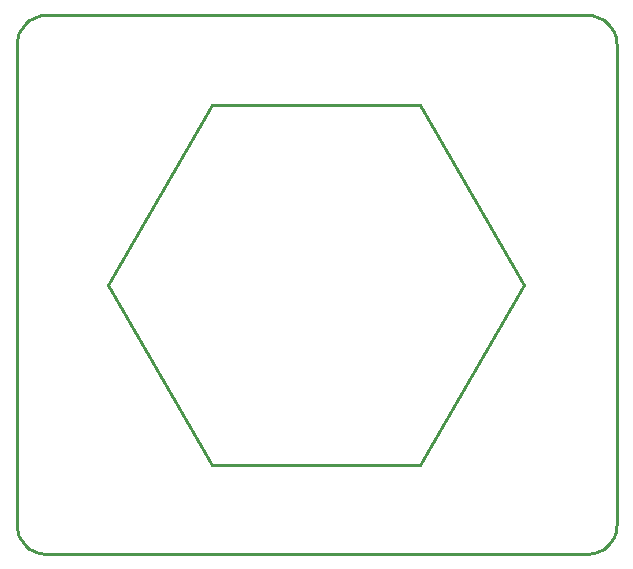
<source format=gbr>
G04 EAGLE Gerber RS-274X export*
G75*
%MOMM*%
%FSLAX34Y34*%
%LPD*%
%IN*%
%IPPOS*%
%AMOC8*
5,1,8,0,0,1.08239X$1,22.5*%
G01*
%ADD10C,0.254000*%


D10*
X-260604Y25400D02*
X-260507Y23186D01*
X-260218Y20989D01*
X-259739Y18826D01*
X-259072Y16713D01*
X-258224Y14666D01*
X-257201Y12700D01*
X-256010Y10831D01*
X-254662Y9073D01*
X-253165Y7440D01*
X-251531Y5942D01*
X-249773Y4594D01*
X-247904Y3403D01*
X-245939Y2380D01*
X-243891Y1532D01*
X-241778Y865D01*
X-239615Y386D01*
X-237418Y97D01*
X-235204Y0D01*
X221996Y0D01*
X224210Y97D01*
X226407Y386D01*
X228570Y865D01*
X230683Y1532D01*
X232731Y2380D01*
X234696Y3403D01*
X236565Y4594D01*
X238323Y5942D01*
X239957Y7440D01*
X241454Y9073D01*
X242802Y10831D01*
X243993Y12700D01*
X245016Y14666D01*
X245864Y16713D01*
X246531Y18826D01*
X247010Y20989D01*
X247299Y23186D01*
X247396Y25400D01*
X247396Y431038D01*
X247299Y433252D01*
X247010Y435449D01*
X246531Y437612D01*
X245864Y439725D01*
X245016Y441773D01*
X243993Y443738D01*
X242802Y445607D01*
X241454Y447365D01*
X239957Y448999D01*
X238323Y450496D01*
X236565Y451844D01*
X234696Y453035D01*
X232731Y454058D01*
X230683Y454906D01*
X228570Y455573D01*
X226407Y456052D01*
X224210Y456341D01*
X221996Y456438D01*
X-235204Y456438D01*
X-237418Y456341D01*
X-239615Y456052D01*
X-241778Y455573D01*
X-243891Y454906D01*
X-245939Y454058D01*
X-247904Y453035D01*
X-249773Y451844D01*
X-251531Y450496D01*
X-253165Y448999D01*
X-254662Y447365D01*
X-256010Y445607D01*
X-257201Y443738D01*
X-258224Y441773D01*
X-259072Y439725D01*
X-259739Y437612D01*
X-260218Y435449D01*
X-260507Y433252D01*
X-260604Y431038D01*
X-260604Y25400D01*
X-183112Y227838D02*
X-95112Y75403D01*
X80888Y75403D01*
X168888Y227838D01*
X80888Y380273D01*
X-95112Y380273D01*
X-183112Y227838D01*
M02*

</source>
